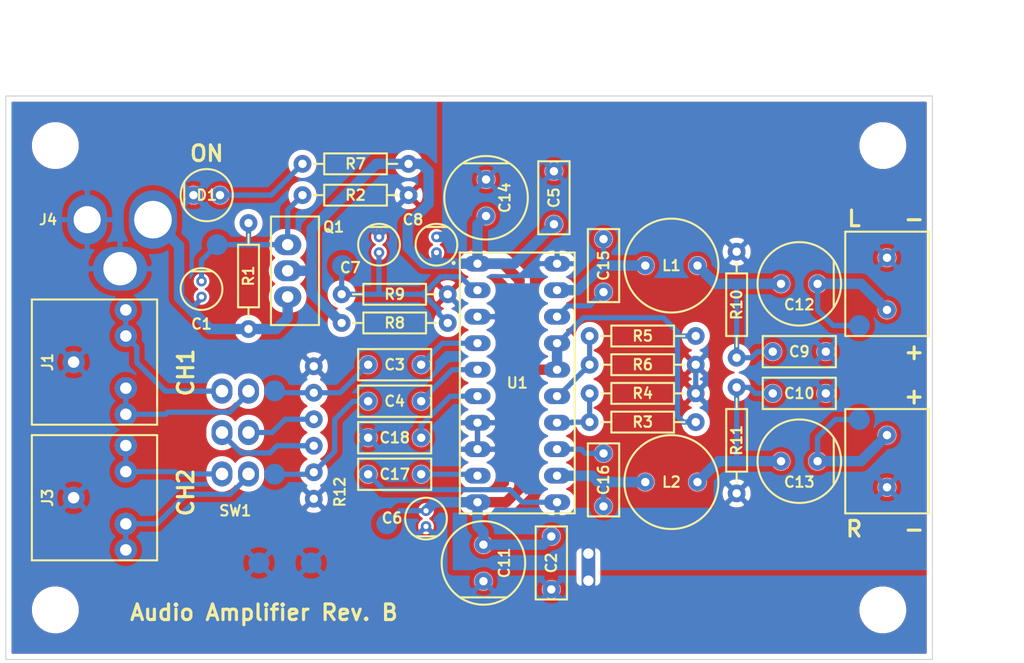
<source format=kicad_pcb>
(kicad_pcb (version 20171130) (host pcbnew "(5.1.5-0-10_14)")
  (title_block (title "Audio Amplifier") (rev A) (company "Andrew Li") (comment 1 "Designed by:"))
  (layers (0 F.Cu signal) (31 B.Cu signal) (34 B.Paste user) (35 F.Paste user) (36 B.SilkS user) (37 F.SilkS user) (38 B.Mask user) (39 F.Mask user) (44 Edge.Cuts user))
  (net 0 "")
  (net 1 /AUDIO_IN_L)
  (net 2 /AUDIO_IN_R)
  (net 3 /CH1_L)
  (net 4 /CH1_R)
  (net 5 /CH2_L)
  (net 6 /CH2_R)
  (net 7 /GAIN0)
  (net 8 /GAIN1)
  (net 9 /LEFT_OUT)
  (net 10 /PWR)
  (net 11 /RIGHT_OUT)
  (net 12 GND)
  (net 13 GNDA)
  (net 14 VCC)
  (net 15 "Net-(C1-Pad2)")
  (net 16 "Net-(C3-Pad2)")
  (net 17 "Net-(C4-Pad2)")
  (net 18 "Net-(C7-Pad1)")
  (net 19 "Net-(C12-Pad1)")
  (net 20 "Net-(C10-Pad2)")
  (net 21 "Net-(C12-Pad2)")
  (net 22 "Net-(C13-Pad2)")
  (net 23 "Net-(C15-Pad2)")
  (net 24 "Net-(C16-Pad2)")
  (net 25 "Net-(C17-Pad2)")
  (net 26 "Net-(C18-Pad2)")
  (net 27 "Net-(D1-Pad1)")
  (net 28 "Net-(R12-Pad3B)")
  (net 29 "Net-(R12-Pad3A)")
  (module ECFootprints:DIP-20 (layer F.Cu) (at 141.99 91.75)
    (fp_text reference U1 (at 0 0) (layer F.SilkS) (effects (font (thickness 0.2))))
    (fp_text value ECS00104 hide)
    (pad 20 thru_hole oval (at 3.81 -11.43) (size 2.5 1.5) (drill 0.8) (layers *.Cu *.Mask) (net 12 GND))
    (pad 19 thru_hole oval (at 3.81 -8.89) (size 2.5 1.5) (drill 0.8) (layers *.Cu *.Mask) (net 9 /LEFT_OUT))
    (pad 17 thru_hole oval (at 3.81 -3.81) (size 2.5 1.5) (drill 0.8) (layers *.Cu *.Mask) (net 14 VCC))
    (pad 18 thru_hole oval (at 3.81 -6.35) (size 2.5 1.5) (drill 0.8) (layers *.Cu *.Mask) (net 23 "Net-(C15-Pad2)"))
    (pad 3 thru_hole oval (at -3.81 -6.35) (size 2.5 1.5) (drill 0.8) (layers *.Cu *.Mask) (net 13 GNDA))
    (pad 4 thru_hole oval (at -3.81 -3.81) (size 2.5 1.5) (drill 0.8) (layers *.Cu *.Mask) (net 16 "Net-(C3-Pad2)"))
    (pad 2 thru_hole oval (at -3.81 -8.89) (size 2.5 1.5) (drill 0.8) (layers *.Cu *.Mask) (net 18 "Net-(C7-Pad1)"))
    (pad 1 thru_hole oval (at -3.81 -11.43) (size 2.5 1.5) (drill 0.8) (layers *.Cu *.Mask) (net 14 VCC))
    (pad 5 thru_hole oval (at -3.81 -1.27) (size 2.5 1.5) (drill 0.8) (layers *.Cu *.Mask) (net 17 "Net-(C4-Pad2)"))
    (pad 6 thru_hole oval (at -3.81 1.27) (size 2.5 1.5) (drill 0.8) (layers *.Cu *.Mask) (net 26 "Net-(C18-Pad2)"))
    (pad 8 thru_hole oval (at -3.81 6.35) (size 2.5 1.5) (drill 0.8) (layers *.Cu *.Mask) (net 13 GNDA))
    (pad 7 thru_hole oval (at -3.81 3.81) (size 2.5 1.5) (drill 0.8) (layers *.Cu *.Mask) (net 13 GNDA))
    (pad 14 thru_hole oval (at 3.81 3.81) (size 2.5 1.5) (drill 0.8) (layers *.Cu *.Mask) (net 7 /GAIN0))
    (pad 13 thru_hole oval (at 3.81 6.35) (size 2.5 1.5) (drill 0.8) (layers *.Cu *.Mask) (net 24 "Net-(C16-Pad2)"))
    (pad 15 thru_hole oval (at 3.81 1.27) (size 2.5 1.5) (drill 0.8) (layers *.Cu *.Mask) (net 8 /GAIN1))
    (pad 16 thru_hole oval (at 3.81 -1.27) (size 2.5 1.5) (drill 0.8) (layers *.Cu *.Mask) (net 14 VCC))
    (pad 11 thru_hole oval (at 3.81 11.43) (size 2.5 1.5) (drill 0.8) (layers *.Cu *.Mask) (net 12 GND))
    (pad 12 thru_hole oval (at 3.81 8.89) (size 2.5 1.5) (drill 0.8) (layers *.Cu *.Mask) (net 11 /RIGHT_OUT))
    (pad 9 thru_hole oval (at -3.81 8.89) (size 2.5 1.5) (drill 0.8) (layers *.Cu *.Mask) (net 25 "Net-(C17-Pad2)"))
    (pad 10 thru_hole oval (at -3.81 11.43) (size 2.5 1.5) (drill 0.8) (layers *.Cu *.Mask) (net 14 VCC))
  )
  (module ECFootprints:CAP-GENERIC-TH (layer F.Cu) (at 145.25 109 270)
    (fp_text reference C2 (at 0 0 90) (layer F.SilkS) (effects (font (thickness 0.2))))
    (fp_text value CAP-GENERIC hide)
    (pad 1 thru_hole circle (at -2.54 0 270) (size 1.7 1.7) (drill 0.8) (layers B.Cu B.Mask) (net 14 VCC))
    (pad 2 thru_hole circle (at 2.54 0 270) (size 1.7 1.7) (drill 0.8) (layers B.Cu B.Mask) (net 13 GNDA))
  )
  (module ECFootprints:CAP-GENERIC-TH (layer F.Cu) (at 130.25 90)
    (fp_text reference C3 (at 0 0) (layer F.SilkS) (effects (font (thickness 0.2))))
    (fp_text value CAP-GENERIC hide)
    (pad 1 thru_hole circle (at -2.54 0) (size 1.7 1.7) (drill 0.8) (layers B.Cu B.Mask) (net 1 /AUDIO_IN_L))
    (pad 2 thru_hole circle (at 2.54 0) (size 1.7 1.7) (drill 0.8) (layers B.Cu B.Mask) (net 16 "Net-(C3-Pad2)"))
  )
  (module ECFootprints:CAP-GENERIC-TH (layer F.Cu) (at 130.25 93.5)
    (fp_text reference C4 (at 0 0) (layer F.SilkS) (effects (font (thickness 0.2))))
    (fp_text value CAP-GENERIC hide)
    (pad 1 thru_hole circle (at -2.54 0) (size 1.7 1.7) (drill 0.8) (layers B.Cu B.Mask) (net 2 /AUDIO_IN_R))
    (pad 2 thru_hole circle (at 2.54 0) (size 1.7 1.7) (drill 0.8) (layers B.Cu B.Mask) (net 17 "Net-(C4-Pad2)"))
  )
  (module ECFootprints:CAP-GENERIC-TH (layer F.Cu) (at 145.5 74 90)
    (fp_text reference C5 (at 0 0 90) (layer F.SilkS) (effects (font (thickness 0.2))))
    (fp_text value CAP-GENERIC hide)
    (pad 1 thru_hole circle (at -2.54 0 90) (size 1.7 1.7) (drill 0.8) (layers B.Cu B.Mask) (net 14 VCC))
    (pad 2 thru_hole circle (at 2.54 0 90) (size 1.7 1.7) (drill 0.8) (layers B.Cu B.Mask) (net 12 GND))
  )
  (module ECFootprints:CAP-POL-GENERIC-TH-D4MM-P1.5MM (layer F.Cu) (at 133.25 104.75 270)
    (fp_text reference C6 (at -0.05 3.25 180) (layer F.SilkS) (effects (font (thickness 0.2))))
    (fp_text value CAP-POL-GENERIC hide)
    (pad 1 thru_hole circle (at -0.75 0 270) (size 1 1) (drill 0.5) (layers B.Cu B.Mask) (net 14 VCC))
    (pad 2 thru_hole circle (at 0.75 0 270) (size 1 1) (drill 0.5) (layers B.Cu B.Mask) (net 13 GNDA))
  )
  (module ECFootprints:CAP-POL-GENERIC-TH-D4MM-P1.5MM (layer F.Cu) (at 134.25 78.5 90)
    (fp_text reference C8 (at 2.4 -2.25 180) (layer F.SilkS) (effects (font (thickness 0.2))))
    (fp_text value CAP-POL-GENERIC hide)
    (pad 1 thru_hole circle (at -0.75 0 90) (size 1 1) (drill 0.5) (layers B.Cu B.Mask) (net 14 VCC))
    (pad 2 thru_hole circle (at 0.75 0 90) (size 1 1) (drill 0.5) (layers B.Cu B.Mask) (net 12 GND))
  )
  (module ECFootprints:CAP-GENERIC-TH (layer F.Cu) (at 169 88.75 180)
    (fp_text reference C9 (at 0 0) (layer F.SilkS) (effects (font (thickness 0.2))))
    (fp_text value CAP-GENERIC hide)
    (pad 1 thru_hole circle (at -2.54 0 180) (size 1.7 1.7) (drill 0.8) (layers B.Cu B.Mask) (net 12 GND))
    (pad 2 thru_hole circle (at 2.54 0 180) (size 1.7 1.7) (drill 0.8) (layers B.Cu B.Mask) (net 19 "Net-(C12-Pad1)"))
  )
  (module ECFootprints:CAP-GENERIC-TH (layer F.Cu) (at 169 92.75 180)
    (fp_text reference C10 (at 0 0) (layer F.SilkS) (effects (font (thickness 0.2))))
    (fp_text value CAP-GENERIC hide)
    (pad 1 thru_hole circle (at -2.54 0 180) (size 1.7 1.7) (drill 0.8) (layers B.Cu B.Mask) (net 12 GND))
    (pad 2 thru_hole circle (at 2.54 0 180) (size 1.7 1.7) (drill 0.8) (layers B.Cu B.Mask) (net 20 "Net-(C10-Pad2)"))
  )
  (module ECFootprints:CAP-POL-GENERIC-TH-D8MM-P3.5MM (layer F.Cu) (at 138.75 109 270)
    (fp_text reference C11 (at 0 -2 90) (layer F.SilkS) (effects (font (thickness 0.2))))
    (fp_text value CAP-POL-GENERIC hide)
    (pad 1 thru_hole circle (at -1.75 0 270) (size 1.7 1.7) (drill 0.8) (layers B.Cu B.Mask) (net 14 VCC))
    (pad 2 thru_hole circle (at 1.75 0 270) (size 1.7 1.7) (drill 0.8) (layers B.Cu B.Mask) (net 13 GNDA))
  )
  (module ECFootprints:CAP-POL-GENERIC-TH-D8MM-P3.5MM (layer F.Cu) (at 169 82.25)
    (fp_text reference C12 (at 0 2) (layer F.SilkS) (effects (font (thickness 0.2))))
    (fp_text value CAP-POL-GENERIC hide)
    (pad 2 thru_hole circle (at 1.75 0) (size 1.7 1.7) (drill 0.8) (layers B.Cu B.Mask) (net 21 "Net-(C12-Pad2)"))
    (pad 1 thru_hole circle (at -1.75 0) (size 1.7 1.7) (drill 0.8) (layers B.Cu B.Mask) (net 19 "Net-(C12-Pad1)"))
  )
  (module ECFootprints:CAP-POL-GENERIC-TH-D8MM-P3.5MM (layer F.Cu) (at 169 99.25)
    (fp_text reference C13 (at 0 2) (layer F.SilkS) (effects (font (thickness 0.2))))
    (fp_text value CAP-POL-GENERIC hide)
    (pad 1 thru_hole circle (at -1.75 0) (size 1.7 1.7) (drill 0.8) (layers B.Cu B.Mask) (net 20 "Net-(C10-Pad2)"))
    (pad 2 thru_hole circle (at 1.75 0) (size 1.7 1.7) (drill 0.8) (layers B.Cu B.Mask) (net 22 "Net-(C13-Pad2)"))
  )
  (module ECFootprints:CAP-POL-GENERIC-TH-D8MM-P3.5MM (layer F.Cu) (at 139 74 90)
    (fp_text reference C14 (at 0 1.8 90) (layer F.SilkS) (effects (font (thickness 0.2))))
    (fp_text value CAP-POL-GENERIC hide)
    (pad 1 thru_hole circle (at -1.75 0 90) (size 1.7 1.7) (drill 0.8) (layers B.Cu B.Mask) (net 14 VCC))
    (pad 2 thru_hole circle (at 1.75 0 90) (size 1.7 1.7) (drill 0.8) (layers B.Cu B.Mask) (net 12 GND))
  )
  (module ECFootprints:CAP-GENERIC-TH (layer F.Cu) (at 150.25 80.5 270)
    (fp_text reference C15 (at 0 0 90) (layer F.SilkS) (effects (font (thickness 0.2))))
    (fp_text value CAP-GENERIC hide)
    (pad 1 thru_hole circle (at -2.54 0 270) (size 1.7 1.7) (drill 0.8) (layers B.Cu B.Mask) (net 9 /LEFT_OUT))
    (pad 2 thru_hole circle (at 2.54 0 270) (size 1.7 1.7) (drill 0.8) (layers B.Cu B.Mask) (net 23 "Net-(C15-Pad2)"))
  )
  (module ECFootprints:CAP-GENERIC-TH (layer F.Cu) (at 150.25 101.04 90)
    (fp_text reference C16 (at 0 0 90) (layer F.SilkS) (effects (font (thickness 0.2))))
    (fp_text value CAP-GENERIC hide)
    (pad 1 thru_hole circle (at -2.54 0 90) (size 1.7 1.7) (drill 0.8) (layers B.Cu B.Mask) (net 11 /RIGHT_OUT))
    (pad 2 thru_hole circle (at 2.54 0 90) (size 1.7 1.7) (drill 0.8) (layers B.Cu B.Mask) (net 24 "Net-(C16-Pad2)"))
  )
  (module ECFootprints:CAP-GENERIC-TH (layer F.Cu) (at 130.25 100.5)
    (fp_text reference C17 (at 0 0) (layer F.SilkS) (effects (font (thickness 0.2))))
    (fp_text value CAP-GENERIC hide)
    (pad 1 thru_hole circle (at -2.54 0) (size 1.7 1.7) (drill 0.8) (layers B.Cu B.Mask) (net 12 GND))
    (pad 2 thru_hole circle (at 2.54 0) (size 1.7 1.7) (drill 0.8) (layers B.Cu B.Mask) (net 25 "Net-(C17-Pad2)"))
  )
  (module ECFootprints:CAP-GENERIC-TH (layer F.Cu) (at 130.25 97)
    (fp_text reference C18 (at 0 0) (layer F.SilkS) (effects (font (thickness 0.2))))
    (fp_text value CAP-GENERIC hide)
    (pad 1 thru_hole circle (at -2.54 0) (size 1.7 1.7) (drill 0.8) (layers B.Cu B.Mask) (net 13 GNDA))
    (pad 2 thru_hole circle (at 2.54 0) (size 1.7 1.7) (drill 0.8) (layers B.Cu B.Mask) (net 26 "Net-(C18-Pad2)"))
  )
  (module ECFootprints:LED-GENERIC-TH (layer F.Cu) (at 112.25 73.75 180)
    (fp_text reference D1 (at 0 0) (layer F.SilkS) (effects (font (thickness 0.2))))
    (fp_text value LED-GENERIC-TH hide)
    (pad 1 thru_hole circle (at -1.27 0 180) (size 1.7 1.7) (drill 0.8) (layers B.Cu B.Mask) (net 27 "Net-(D1-Pad1)"))
    (pad 2 thru_hole circle (at 1.27 0 180) (size 1.7 1.7) (drill 0.8) (layers B.Cu B.Mask) (net 13 GNDA))
  )
  (module ECFootprints:HOLE_3.5MM (layer F.Cu) (at 97.75 69)
    (fp_text reference H1 hide)
    (fp_text value HOLE hide)
    (pad "" np_thru_hole circle (at 0 0) (size 3.5 3.5) (drill 3.5) (layers *.Cu *.Mask))
  )
  (module ECFootprints:HOLE_3.5MM (layer F.Cu) (at 97.75 113.5)
    (fp_text reference H2 hide)
    (fp_text value HOLE hide)
    (pad "" np_thru_hole circle (at 0 0) (size 3.5 3.5) (drill 3.5) (layers *.Cu *.Mask))
  )
  (module ECFootprints:HOLE_3.5MM (layer F.Cu) (at 177 113.5)
    (fp_text reference H3 hide)
    (fp_text value HOLE hide)
    (pad "" np_thru_hole circle (at 0 0) (size 3.5 3.5) (drill 3.5) (layers *.Cu *.Mask))
  )
  (module ECFootprints:HOLE_3.5MM (layer F.Cu) (at 177 69)
    (fp_text reference H4 hide)
    (fp_text value HOLE hide)
    (pad "" np_thru_hole circle (at 0 0) (size 3.5 3.5) (drill 3.5) (layers *.Cu *.Mask))
  )
  (module ECFootprints:AUDIO-JACK (layer F.Cu) (at 95.5 89.75 270)
    (fp_text reference J1 (at 0 -1.5 90) (layer F.SilkS) (effects (font (thickness 0.2))))
    (fp_text value AUDIO-JACK hide)
    (pad COM thru_hole circle (at 0 -4 270) (size 2.1 2.1) (drill 1.1) (layers B.Cu B.Mask) (net 13 GNDA))
    (pad R thru_hole circle (at -2.5 -9 270) (size 2.1 2.1) (drill 1.1) (layers B.Cu B.Mask) (net 4 /CH1_R))
    (pad R thru_hole circle (at -5 -9 270) (size 2.1 2.1) (drill 1.1) (layers B.Cu B.Mask) (net 4 /CH1_R))
    (pad L thru_hole circle (at 2.5 -9 270) (size 2.1 2.1) (drill 1.1) (layers B.Cu B.Mask) (net 3 /CH1_L))
    (pad L thru_hole circle (at 5 -9 270) (size 2.1 2.1) (drill 1.1) (layers B.Cu B.Mask) (net 3 /CH1_L))
  )
  (module ECFootprints:AUDIO-JACK (layer F.Cu) (at 95.5 102.75 270)
    (fp_text reference J3 (at 0 -1.5 90) (layer F.SilkS) (effects (font (thickness 0.2))))
    (fp_text value AUDIO-JACK hide)
    (pad COM thru_hole circle (at 0 -4 270) (size 2.1 2.1) (drill 1.1) (layers B.Cu B.Mask) (net 13 GNDA))
    (pad R thru_hole circle (at -2.5 -9 270) (size 2.1 2.1) (drill 1.1) (layers B.Cu B.Mask) (net 6 /CH2_R))
    (pad R thru_hole circle (at -5 -9 270) (size 2.1 2.1) (drill 1.1) (layers B.Cu B.Mask) (net 6 /CH2_R))
    (pad L thru_hole circle (at 2.5 -9 270) (size 2.1 2.1) (drill 1.1) (layers B.Cu B.Mask) (net 5 /CH2_L))
    (pad L thru_hole circle (at 5 -9 270) (size 2.1 2.1) (drill 1.1) (layers B.Cu B.Mask) (net 5 /CH2_L))
  )
  (module ECFootprints:ECS00108 (layer F.Cu) (at 93.25 76.1)
    (fp_text reference J4 (at 3.8 0) (layer F.SilkS) (effects (font (thickness 0.2))))
    (fp_text value ECS00108 hide)
    (pad C thru_hole oval (at 7.55 0) (size 3.8 4.8) (drill 2.6) (layers B.Cu B.Mask) (net 13 GNDA))
    (pad A thru_hole oval (at 13.85 0) (size 4.6 5.6) (drill 3.6) (layers B.Cu B.Mask) (net 10 /PWR))
    (pad B thru_hole oval (at 10.7 4.7 90) (size 4.2 5.2) (drill 3.2) (layers B.Cu B.Mask) (net 13 GNDA))
  )
  (module ECFootprints:ECTO-220 (layer F.Cu) (at 120 81 270)
    (fp_text reference Q1 (at -4.2 -4.4 180) (layer F.SilkS) (effects (font (thickness 0.2))))
    (fp_text value ECS00110 hide)
    (pad 2 thru_hole oval (at 0 0 270) (size 2 2.6) (drill 1.1) (layers *.Cu *.Mask) (net 14 VCC))
    (pad 3 thru_hole oval (at 2.5 0 270) (size 2 2.6) (drill 1.1) (layers *.Cu *.Mask) (net 10 /PWR))
    (pad 1 thru_hole oval (at -2.5 0 270) (size 2 2.6) (drill 1.1) (layers *.Cu *.Mask) (net 15 "Net-(C1-Pad2)"))
  )
  (module ECFootprints:RES-GENERIC-TH (layer F.Cu) (at 116.25 81.5 90)
    (fp_text reference R1 (at 0 0 90) (layer F.SilkS) (effects (font (thickness 0.2))))
    (fp_text value RES-GENERIC hide)
    (pad 1 thru_hole circle (at -5.08 0 90) (size 1.7 1.7) (drill 0.8) (layers *.Cu *.Mask) (net 10 /PWR))
    (pad 2 thru_hole circle (at 5.08 0 90) (size 1.7 1.7) (drill 0.8) (layers *.Cu *.Mask) (net 15 "Net-(C1-Pad2)"))
  )
  (module ECFootprints:RES-GENERIC-TH (layer F.Cu) (at 126.5 73.75 180)
    (fp_text reference R2 (at 0 0) (layer F.SilkS) (effects (font (thickness 0.2))))
    (fp_text value RES-GENERIC hide)
    (pad 1 thru_hole circle (at -5.08 0 180) (size 1.7 1.7) (drill 0.8) (layers *.Cu *.Mask) (net 13 GNDA))
    (pad 2 thru_hole circle (at 5.08 0 180) (size 1.7 1.7) (drill 0.8) (layers *.Cu *.Mask) (net 15 "Net-(C1-Pad2)"))
  )
  (module ECFootprints:RES-GENERIC-TH (layer F.Cu) (at 154 95.5 180)
    (fp_text reference R3 (at 0 0) (layer F.SilkS) (effects (font (thickness 0.2))))
    (fp_text value RES-GENERIC hide)
    (pad 1 thru_hole circle (at -5.08 0 180) (size 1.7 1.7) (drill 0.8) (layers *.Cu *.Mask) (net 14 VCC))
    (pad 2 thru_hole circle (at 5.08 0 180) (size 1.7 1.7) (drill 0.8) (layers *.Cu *.Mask) (net 7 /GAIN0))
  )
  (module ECFootprints:RES-GENERIC-TH (layer F.Cu) (at 154 92.75 180)
    (fp_text reference R4 (at 0 0) (layer F.SilkS) (effects (font (thickness 0.2))))
    (fp_text value RES-GENERIC hide)
    (pad 1 thru_hole circle (at -5.08 0 180) (size 1.7 1.7) (drill 0.8) (layers *.Cu *.Mask) (net 13 GNDA))
    (pad 2 thru_hole circle (at 5.08 0 180) (size 1.7 1.7) (drill 0.8) (layers *.Cu *.Mask) (net 7 /GAIN0))
  )
  (module ECFootprints:RES-GENERIC-TH (layer F.Cu) (at 154 87.25 180)
    (fp_text reference R5 (at 0 0) (layer F.SilkS) (effects (font (thickness 0.2))))
    (fp_text value RES-GENERIC hide)
    (pad 1 thru_hole circle (at -5.08 0 180) (size 1.7 1.7) (drill 0.8) (layers *.Cu *.Mask) (net 14 VCC))
    (pad 2 thru_hole circle (at 5.08 0 180) (size 1.7 1.7) (drill 0.8) (layers *.Cu *.Mask) (net 8 /GAIN1))
  )
  (module ECFootprints:RES-GENERIC-TH (layer F.Cu) (at 154 90 180)
    (fp_text reference R6 (at 0 0) (layer F.SilkS) (effects (font (thickness 0.2))))
    (fp_text value RES-GENERIC hide)
    (pad 1 thru_hole circle (at -5.08 0 180) (size 1.7 1.7) (drill 0.8) (layers *.Cu *.Mask) (net 13 GNDA))
    (pad 2 thru_hole circle (at 5.08 0 180) (size 1.7 1.7) (drill 0.8) (layers *.Cu *.Mask) (net 8 /GAIN1))
  )
  (module ECFootprints:RES-GENERIC-TH (layer F.Cu) (at 126.5 70.75 180)
    (fp_text reference R7 (at 0 0) (layer F.SilkS) (effects (font (thickness 0.2))))
    (fp_text value RES-GENERIC hide)
    (pad 1 thru_hole circle (at -5.08 0 180) (size 1.7 1.7) (drill 0.8) (layers *.Cu *.Mask) (net 14 VCC))
    (pad 2 thru_hole circle (at 5.08 0 180) (size 1.7 1.7) (drill 0.8) (layers *.Cu *.Mask) (net 27 "Net-(D1-Pad1)"))
  )
  (module ECFootprints:RES-GENERIC-TH (layer F.Cu) (at 130.25 86 180)
    (fp_text reference R8 (at 0 0) (layer F.SilkS) (effects (font (thickness 0.2))))
    (fp_text value RES-GENERIC hide)
    (pad 1 thru_hole circle (at -5.08 0 180) (size 1.7 1.7) (drill 0.8) (layers *.Cu *.Mask) (net 18 "Net-(C7-Pad1)"))
    (pad 2 thru_hole circle (at 5.08 0 180) (size 1.7 1.7) (drill 0.8) (layers *.Cu *.Mask) (net 14 VCC))
  )
  (module ECFootprints:RES-GENERIC-TH (layer F.Cu) (at 130.25 83.25 180)
    (fp_text reference R9 (at 0 0) (layer F.SilkS) (effects (font (thickness 0.2))))
    (fp_text value RES-GENERIC hide)
    (pad 1 thru_hole circle (at -5.08 0 180) (size 1.7 1.7) (drill 0.8) (layers *.Cu *.Mask) (net 13 GNDA))
    (pad 2 thru_hole circle (at 5.08 0 180) (size 1.7 1.7) (drill 0.8) (layers *.Cu *.Mask) (net 18 "Net-(C7-Pad1)"))
  )
  (module ECFootprints:RES-GENERIC-TH (layer F.Cu) (at 163 84.25 270)
    (fp_text reference R10 (at 0 0 90) (layer F.SilkS) (effects (font (thickness 0.2))))
    (fp_text value RES-GENERIC hide)
    (pad 1 thru_hole circle (at -5.08 0 270) (size 1.7 1.7) (drill 0.8) (layers *.Cu *.Mask) (net 12 GND))
    (pad 2 thru_hole circle (at 5.08 0 270) (size 1.7 1.7) (drill 0.8) (layers *.Cu *.Mask) (net 19 "Net-(C12-Pad1)"))
  )
  (module ECFootprints:RES-GENERIC-TH (layer F.Cu) (at 163 97.25 90)
    (fp_text reference R11 (at 0 0 90) (layer F.SilkS) (effects (font (thickness 0.2))))
    (fp_text value RES-GENERIC hide)
    (pad 1 thru_hole circle (at -5.08 0 90) (size 1.7 1.7) (drill 0.8) (layers *.Cu *.Mask) (net 12 GND))
    (pad 2 thru_hole circle (at 5.08 0 90) (size 1.7 1.7) (drill 0.8) (layers *.Cu *.Mask) (net 20 "Net-(C10-Pad2)"))
  )
  (module ECFootprints:DUAL-POT2 (layer F.Cu) (at 122.5 96.5 90)
    (fp_text reference R12 (at -5.7 2.5 270) (layer F.SilkS) (effects (font (thickness 0.2))))
    (fp_text value DUAL-POT hide)
    (pad 1A thru_hole circle (at -6.35 0 90) (size 1.7 1.7) (drill 0.8) (layers *.Cu *.Mask) (net 13 GNDA))
    (pad 2A thru_hole circle (at -3.81 0 90) (size 1.7 1.7) (drill 0.8) (layers *.Cu *.Mask) (net 2 /AUDIO_IN_R))
    (pad 3A thru_hole circle (at -1.27 0 90) (size 1.7 1.7) (drill 0.8) (layers *.Cu *.Mask) (net 29 "Net-(R12-Pad3A)"))
    (pad 3B thru_hole circle (at 1.27 0 90) (size 1.7 1.7) (drill 0.8) (layers *.Cu *.Mask) (net 28 "Net-(R12-Pad3B)"))
    (pad 2B thru_hole circle (at 3.81 0 90) (size 1.7 1.7) (drill 0.8) (layers *.Cu *.Mask) (net 1 /AUDIO_IN_L))
    (pad 1B thru_hole circle (at 6.35 0 90) (size 1.7 1.7) (drill 0.8) (layers *.Cu *.Mask) (net 13 GNDA))
  )
  (module ECFootprints:DPDT-GENERIC (layer F.Cu) (at 114.98 96.5 270)
    (fp_text reference SW1 (at 7.5 0 180) (layer F.SilkS) (effects (font (thickness 0.2))))
    (fp_text value DPDT-GENERIC hide)
    (pad 2 thru_hole oval (at 0 -1.27 270) (size 2.4 2) (drill 1.2) (layers *.Cu *.Mask) (net 28 "Net-(R12-Pad3B)"))
    (pad 3 thru_hole oval (at 3.97 -1.27 270) (size 2.4 2) (drill 1.2) (layers *.Cu *.Mask) (net 5 /CH2_L))
    (pad 1 thru_hole oval (at -3.97 -1.27 270) (size 2.4 2) (drill 1.2) (layers *.Cu *.Mask) (net 3 /CH1_L))
    (pad 4 thru_hole oval (at -3.97 1.27 270) (size 2.4 2) (drill 1.2) (layers *.Cu *.Mask) (net 4 /CH1_R))
    (pad 6 thru_hole oval (at 3.97 1.27 270) (size 2.4 2) (drill 1.2) (layers *.Cu *.Mask) (net 6 /CH2_R))
    (pad 5 thru_hole oval (at 0 1.27 270) (size 2.4 2) (drill 1.2) (layers *.Cu *.Mask) (net 29 "Net-(R12-Pad3A)"))
  )
  (module ECFootprints:TP-2MM (layer B.Cu) (at 118.75 100.5)
    (fp_text reference TP1 hide)
    (fp_text value TP-2MM hide)
    (pad 1 smd circle (at 0 0) (size 2 2) (layers B.Cu B.Mask) (net 2 /AUDIO_IN_R))
  )
  (module ECFootprints:TP-2MM (layer B.Cu) (at 113.25 78.5)
    (fp_text reference TP2 hide)
    (fp_text value TP-2MM hide)
    (pad 1 smd circle (at 0 0) (size 2 2) (layers B.Cu B.Mask) (net 15 "Net-(C1-Pad2)"))
  )
  (module ECFootprints:TP-2MM (layer B.Cu) (at 118.75 92.5)
    (fp_text reference TP3 hide)
    (fp_text value TP-2MM hide)
    (pad 1 smd circle (at 0 0) (size 2 2) (layers B.Cu B.Mask) (net 1 /AUDIO_IN_L))
  )
  (module ECFootprints:TP-2MM (layer B.Cu) (at 129.5 105.25)
    (fp_text reference TP4 hide)
    (fp_text value TP-2MM hide)
    (pad 1 smd circle (at 0 0) (size 2 2) (layers B.Cu B.Mask) (net 14 VCC))
  )
  (module ECFootprints:TP-2MM (layer B.Cu) (at 125.25 80.5)
    (fp_text reference TP5 hide)
    (fp_text value TP-2MM hide)
    (pad 1 smd circle (at 0 0) (size 2 2) (layers B.Cu B.Mask) (net 18 "Net-(C7-Pad1)"))
  )
  (module ECFootprints:TP-2MM (layer B.Cu) (at 174.75 86.25)
    (fp_text reference TP6 hide)
    (fp_text value TP-2MM hide)
    (pad 1 smd circle (at 0 0) (size 2 2) (layers B.Cu B.Mask) (net 21 "Net-(C12-Pad2)"))
  )
  (module ECFootprints:TP-2MM (layer B.Cu) (at 174.75 95.25)
    (fp_text reference TP7 hide)
    (fp_text value TP-2MM hide)
    (pad 1 smd circle (at 0 0) (size 2 2) (layers B.Cu B.Mask) (net 22 "Net-(C13-Pad2)"))
  )
  (module ECFootprints:TP-2MM (layer B.Cu) (at 122.25 109)
    (fp_text reference TP8 hide)
    (fp_text value TP-2MM hide)
    (pad 1 smd circle (at 0 0) (size 2 2) (layers B.Cu B.Mask) (net 13 GNDA))
  )
  (module ECFootprints:TP-2MM (layer B.Cu) (at 117.25 109)
    (fp_text reference TP9 hide)
    (fp_text value TP-2MM hide)
    (pad 1 smd circle (at 0 0) (size 2 2) (layers B.Cu B.Mask) (net 13 GNDA))
  )
  (module ECFootprints:CAP-POL-GENERIC-TH-D4MM-P1.5MM (layer F.Cu) (at 111.75 82.75 90)
    (fp_text reference C1 (at -3.35 0 180) (layer F.SilkS) (effects (font (thickness 0.2))))
    (fp_text value CAP-POL-GENERIC hide)
    (pad 1 thru_hole circle (at -0.75 0 90) (size 1 1) (drill 0.5) (layers B.Cu B.Mask) (net 10 /PWR))
    (pad 2 thru_hole circle (at 0.75 0 90) (size 1 1) (drill 0.5) (layers B.Cu B.Mask) (net 15 "Net-(C1-Pad2)"))
  )
  (module ECFootprints:CAP-POL-GENERIC-TH-D4MM-P1.5MM (layer F.Cu) (at 128.75 78.5 90)
    (fp_text reference C7 (at -2.2 -2.75 180) (layer F.SilkS) (effects (font (thickness 0.2))))
    (fp_text value CAP-POL-GENERIC hide)
    (pad 1 thru_hole circle (at -0.75 0 90) (size 1 1) (drill 0.5) (layers B.Cu B.Mask) (net 18 "Net-(C7-Pad1)"))
    (pad 2 thru_hole circle (at 0.75 0 90) (size 1 1) (drill 0.5) (layers B.Cu B.Mask) (net 13 GNDA))
  )
  (module ECFootprints:INDUCTOR-GENERIC-TH-D9.0MM-P5.0MM (layer F.Cu) (at 156.75 80.5)
    (fp_text reference L1 (at 0 0) (layer F.SilkS) (effects (font (thickness 0.2))))
    (fp_text value INDUCTOR-GENERIC hide)
    (pad 1 thru_hole circle (at -2.5 0) (size 1.7 1.7) (drill 0.8) (layers B.Cu B.Mask) (net 9 /LEFT_OUT))
    (pad 2 thru_hole circle (at 2.5 0) (size 1.7 1.7) (drill 0.8) (layers B.Cu B.Mask) (net 19 "Net-(C12-Pad1)"))
  )
  (module ECFootprints:INDUCTOR-GENERIC-TH-D9.0MM-P5.0MM (layer F.Cu) (at 156.75 101.25)
    (fp_text reference L2 (at 0 0) (layer F.SilkS) (effects (font (thickness 0.2))))
    (fp_text value INDUCTOR-GENERIC hide)
    (pad 1 thru_hole circle (at -2.5 0) (size 1.7 1.7) (drill 0.8) (layers B.Cu B.Mask) (net 11 /RIGHT_OUT))
    (pad 2 thru_hole circle (at 2.5 0) (size 1.7 1.7) (drill 0.8) (layers B.Cu B.Mask) (net 20 "Net-(C10-Pad2)"))
  )
  (module ECFootprints:HEADER-2-TH-P5.0MM (layer F.Cu) (at 177.4 82.25 90)
    (fp_text reference P2 hide)
    (fp_text value HEADER-GENERIC-2WAY hide)
    (pad 1 thru_hole circle (at -2.5 0 90) (size 1.7 1.7) (drill 0.8) (layers B.Cu B.Mask) (net 21 "Net-(C12-Pad2)"))
    (pad 2 thru_hole circle (at 2.5 0 90) (size 1.7 1.7) (drill 0.8) (layers B.Cu B.Mask) (net 12 GND))
  )
  (module ECFootprints:HEADER-2-TH-P5.0MM (layer F.Cu) (at 177.4 99.25 90)
    (fp_text reference P3 hide)
    (fp_text value HEADER-GENERIC-2WAY hide)
    (pad 1 thru_hole circle (at -2.5 0 90) (size 1.7 1.7) (drill 0.8) (layers B.Cu B.Mask) (net 12 GND))
    (pad 2 thru_hole circle (at 2.5 0 90) (size 1.7 1.7) (drill 0.8) (layers B.Cu B.Mask) (net 22 "Net-(C13-Pad2)"))
  )
  (module NetTie:NetTie-2_THT_Pad1.0mm (layer F.Cu) (at 148.8 110.7 90)
    (fp_text reference NT1 hide)
    (fp_text value Net-Tie_2 hide)
    (fp_poly (pts (xy 0 -0.65) (xy 2.6 -0.65) (xy 2.6 0.65) (xy 0 0.65)) (layer B.Cu) (width 0))
    (fp_poly (pts (xy 0 -0.65) (xy 2.6 -0.65) (xy 2.6 0.65) (xy 0 0.65)) (layer F.Cu) (width 0))
    (pad 2 thru_hole circle (at 2.6 0 90) (size 1.3 1.3) (drill 1) (layers *.Cu) (net 12 GND))
    (pad 1 thru_hole circle (at 0 0 90) (size 1.3 1.3) (drill 1) (layers *.Cu) (net 13 GNDA))
  )
  (gr_text ON (at 112.25 69.75) (layer F.SilkS) (effects (font (size 1.5 1.5) (thickness 0.3))))
  (gr_text CH2 (at 110.25 102.25 90) (layer F.SilkS) (effects (font (size 1.5 1.5) (thickness 0.3))))
  (gr_text CH1 (at 110.25 90.75 90) (layer F.SilkS) (effects (font (size 1.5 1.5) (thickness 0.3))))
  (gr_text - (at 180 105.75) (layer F.SilkS) (effects (font (size 1.5 1.5) (thickness 0.3))))
  (gr_text + (at 180 93) (layer F.SilkS) (effects (font (size 1.5 1.5) (thickness 0.3))))
  (gr_text - (at 180 76) (layer F.SilkS) (effects (font (size 1.5 1.5) (thickness 0.3))))
  (gr_text + (at 180 88.75) (layer F.SilkS) (effects (font (size 1.5 1.5) (thickness 0.3))))
  (gr_text R (at 174.25 105.75) (layer F.SilkS) (effects (font (size 1.5 1.5) (thickness 0.3))))
  (gr_text L (at 174.25 76) (layer F.SilkS) (effects (font (size 1.5 1.5) (thickness 0.3))))
  (gr_line (start 181.75 64.25) (end 181.75 118.25) (layer Edge.Cuts) (width 0.1))
  (gr_line (start 93 64.25) (end 181.75 64.25) (layer Edge.Cuts) (width 0.1))
  (gr_text "Audio Amplifier Rev. B" (at 104.75 113.75) (layer F.SilkS) (effects (font (size 1.5 1.5) (thickness 0.3)) (justify left)))
  (gr_line (start 93 118.25) (end 93 64.25) (angle 90) (layer Edge.Cuts) (width 0.1))
  (gr_line (start 181.75 118.25) (end 93 118.25) (angle 90) (layer Edge.Cuts) (width 0.1))
  (segment (start 122.5 92.69) (end 118.94 92.69) (width 0.5) (layer B.Cu) (net 1))
  (segment (start 118.94 92.69) (end 118.75 92.5) (width 0.5) (layer B.Cu) (net 1))
  (segment (start 122.5 92.69) (end 125.02 92.69) (width 0.5) (layer B.Cu) (net 1))
  (segment (start 125.02 92.69) (end 127.71 90) (width 0.5) (layer B.Cu) (net 1))
  (segment (start 118.75 100.5) (end 122.31 100.5) (width 0.5) (layer B.Cu) (net 2))
  (segment (start 122.31 100.5) (end 122.5 100.31) (width 0.5) (layer B.Cu) (net 2))
  (segment (start 124.5 95.25) (end 126.25 93.5) (width 0.5) (layer B.Cu) (net 2))
  (segment (start 126.25 93.5) (end 127.71 93.5) (width 0.5) (layer B.Cu) (net 2))
  (segment (start 124.5 98.31) (end 124.5 95.25) (width 0.5) (layer B.Cu) (net 2))
  (segment (start 122.5 100.31) (end 124.5 98.31) (width 0.5) (layer B.Cu) (net 2))
  (segment (start 114.43001 94.54999) (end 108.501005 94.54999) (width 0.5) (layer B.Cu) (net 3))
  (segment (start 104.5 94.75) (end 108.300995 94.75) (width 0.5) (layer B.Cu) (net 3))
  (segment (start 108.300995 94.75) (end 108.501005 94.54999) (width 0.5) (layer B.Cu) (net 3))
  (segment (start 116.25 92.53) (end 116.25 92.73) (width 0.5) (layer B.Cu) (net 3))
  (segment (start 116.25 92.73) (end 114.43001 94.54999) (width 0.5) (layer B.Cu) (net 3))
  (segment (start 104.5 92.25) (end 104.5 94.75) (width 0.5) (layer B.Cu) (net 3))
  (segment (start 104.5 84.75) (end 104.5 87.25) (width 0.5) (layer B.Cu) (net 4))
  (segment (start 105.549999 89.799999) (end 108.28 92.53) (width 0.5) (layer B.Cu) (net 4))
  (segment (start 108.28 92.53) (end 113.71 92.53) (width 0.5) (layer B.Cu) (net 4))
  (segment (start 104.5 87.25) (end 105.549999 88.299999) (width 0.5) (layer B.Cu) (net 4))
  (segment (start 105.549999 88.299999) (end 105.549999 89.799999) (width 0.5) (layer B.Cu) (net 4))
  (segment (start 107.5 105.25) (end 110.32999 102.42001) (width 0.5) (layer B.Cu) (net 5))
  (segment (start 110.32999 102.42001) (end 114.49999 102.42001) (width 0.5) (layer B.Cu) (net 5))
  (segment (start 114.49999 102.42001) (end 116.25 100.67) (width 0.5) (layer B.Cu) (net 5))
  (segment (start 116.25 100.67) (end 116.25 100.47) (width 0.5) (layer B.Cu) (net 5))
  (segment (start 104.5 105.25) (end 107.5 105.25) (width 0.5) (layer B.Cu) (net 5))
  (segment (start 104.5 107.75) (end 104.5 105.25) (width 0.5) (layer B.Cu) (net 5))
  (segment (start 113.71 100.47) (end 109.452819 100.47) (width 0.5) (layer B.Cu) (net 6))
  (segment (start 109.452819 100.47) (end 109.232819 100.25) (width 0.5) (layer B.Cu) (net 6))
  (segment (start 109.232819 100.25) (end 104.5 100.25) (width 0.5) (layer B.Cu) (net 6))
  (segment (start 104.5 97.75) (end 104.5 100.25) (width 0.5) (layer B.Cu) (net 6))
  (segment (start 147.277919 95.56) (end 147.19 95.56) (width 0.5) (layer B.Cu) (net 7))
  (segment (start 145.8 95.56) (end 147.19 95.56) (width 0.5) (layer B.Cu) (net 7))
  (segment (start 148.92 92.75) (end 148.92 95.5) (width 0.5) (layer B.Cu) (net 7))
  (segment (start 147.25 95.5) (end 148.92 95.5) (width 0.5) (layer B.Cu) (net 7))
  (segment (start 147.19 95.56) (end 147.25 95.5) (width 0.5) (layer B.Cu) (net 7))
  (segment (start 148.92 90) (end 145.9 93.02) (width 0.5) (layer B.Cu) (net 8))
  (segment (start 145.9 93.02) (end 145.8 93.02) (width 0.5) (layer B.Cu) (net 8))
  (segment (start 145.8 93.02) (end 146.4 93.02) (width 0.5) (layer B.Cu) (net 8))
  (segment (start 145.8 93.02) (end 145.881334 93.02) (width 0.5) (layer B.Cu) (net 8))
  (segment (start 148.92 87.25) (end 148.92 90) (width 0.5) (layer B.Cu) (net 8))
  (segment (start 151.25 80.301998) (end 151.051998 80.5) (width 0.5) (layer B.Cu) (net 9))
  (segment (start 153.047919 80.5) (end 154.25 80.5) (width 1) (layer B.Cu) (net 9))
  (segment (start 150.121334 80.5) (end 153.047919 80.5) (width 1) (layer B.Cu) (net 9))
  (segment (start 147.761334 82.86) (end 150.121334 80.5) (width 1) (layer B.Cu) (net 9))
  (segment (start 145.8 82.86) (end 147.761334 82.86) (width 1) (layer B.Cu) (net 9))
  (segment (start 150.25 80.371334) (end 150.25 77.96) (width 0.5) (layer B.Cu) (net 9))
  (segment (start 150.121334 80.5) (end 150.25 80.371334) (width 0.5) (layer B.Cu) (net 9))
  (segment (start 110.688173 84.688173) (end 112.58 86.58) (width 1) (layer B.Cu) (net 10))
  (segment (start 111.75 83.65) (end 110.711827 84.688173) (width 0.5) (layer B.Cu) (net 10))
  (segment (start 110.711827 84.688173) (end 110.688173 84.688173) (width 0.5) (layer B.Cu) (net 10))
  (segment (start 112.58 86.58) (end 116.25 86.58) (width 1) (layer B.Cu) (net 10))
  (segment (start 116.25 86.58) (end 114.68 86.58) (width 1) (layer B.Cu) (net 10))
  (segment (start 116.25 86.58) (end 118.92 86.58) (width 1) (layer B.Cu) (net 10))
  (segment (start 118.92 86.58) (end 120 85.5) (width 1) (layer B.Cu) (net 10))
  (segment (start 120 85.5) (end 120 83.5) (width 1) (layer B.Cu) (net 10))
  (segment (start 107.1 76.1) (end 107.1 76.6) (width 1) (layer B.Cu) (net 10))
  (segment (start 109.6 78.6) (end 107.1 76.1) (width 1) (layer B.Cu) (net 10))
  (segment (start 109.6 83.576346) (end 109.6 78.6) (width 1) (layer B.Cu) (net 10))
  (segment (start 110.711827 84.688173) (end 109.6 83.576346) (width 1) (layer B.Cu) (net 10))
  (segment (start 149.929878 101.25) (end 154.2 101.25) (width 1) (layer B.Cu) (net 11))
  (segment (start 151.209878 101.25) (end 151.25 101.290122) (width 0.5) (layer B.Cu) (net 11))
  (segment (start 149.75 101.25) (end 151.209878 101.25) (width 1) (layer B.Cu) (net 11))
  (segment (start 149.14 100.64) (end 149.75 101.25) (width 1) (layer B.Cu) (net 11))
  (segment (start 145.8 100.64) (end 149.14 100.64) (width 1) (layer B.Cu) (net 11))
  (segment (start 150.25 101.75) (end 149.75 101.25) (width 0.5) (layer B.Cu) (net 11))
  (segment (start 150.25 103.58) (end 150.25 101.75) (width 0.5) (layer B.Cu) (net 11))
  (segment (start 134.250001 77.749999) (end 134.25 77.749999) (width 1) (layer B.Cu) (net 12))
  (segment (start 146.3 103.18) (end 145.8 103.18) (width 1) (layer B.Cu) (net 12))
  (segment (start 146.3 80.32) (end 145.8 80.32) (width 1) (layer B.Cu) (net 12))
  (segment (start 134.25 77.75) (end 135.75 77.75) (width 1) (layer B.Cu) (net 12))
  (segment (start 148.8 106.18) (end 148.8 108.1) (width 1.3) (layer B.Cu) (net 12))
  (segment (start 129.18999 101.97999) (end 127.71 100.5) (width 0.5) (layer B.Cu) (net 12))
  (segment (start 141.27999 101.97999) (end 141.29999 101.99999) (width 0.5) (layer B.Cu) (net 12))
  (segment (start 142.48 103.18) (end 145.8 103.18) (width 0.5) (layer B.Cu) (net 12))
  (segment (start 141.27999 101.97999) (end 142.48 103.18) (width 0.5) (layer B.Cu) (net 12))
  (segment (start 141.27999 101.97999) (end 129.18999 101.97999) (width 0.5) (layer B.Cu) (net 12))
  (segment (start 145.8 103.18) (end 145.8 104.7) (width 0.5) (layer B.Cu) (net 12))
  (segment (start 159.08 90) (end 159.08 92.75) (width 0.5) (layer B.Cu) (net 13))
  (segment (start 131.58 73.75) (end 128.75 76.58) (width 0.5) (layer B.Cu) (net 13))
  (segment (start 128.75 76.58) (end 128.75 77.6) (width 0.5) (layer B.Cu) (net 13))
  (segment (start 137.48 85.4) (end 138.18 85.4) (width 1) (layer B.Cu) (net 13))
  (segment (start 138.18 95.56) (end 138.68 95.56) (width 1) (layer B.Cu) (net 13))
  (segment (start 138.68 85.4) (end 138.18 85.4) (width 1) (layer B.Cu) (net 13))
  (segment (start 117.25 109) (end 117.6 109) (width 0.5) (layer B.Cu) (net 13))
  (segment (start 122.25 109) (end 122.6 109) (width 0.5) (layer B.Cu) (net 13))
  (segment (start 148.8 110.7) (end 148.8 111.7) (width 1.3) (layer B.Cu) (net 13))
  (segment (start 157.33 86.83) (end 157.33 87.246174) (width 0.5) (layer B.Cu) (net 14))
  (segment (start 134.25 80.32) (end 134.25 79.295364) (width 1) (layer B.Cu) (net 14))
  (segment (start 129.5 105.25) (end 130.75 104) (width 0.5) (layer B.Cu) (net 14))
  (segment (start 130.75 104) (end 133.25 104) (width 0.5) (layer B.Cu) (net 14))
  (segment (start 138.75 107.25) (end 144.46 107.25) (width 1) (layer B.Cu) (net 14))
  (segment (start 144.46 107.25) (end 145.25 106.46) (width 1) (layer B.Cu) (net 14))
  (segment (start 134.249999 79.250001) (end 134.25 79.250001) (width 1) (layer B.Cu) (net 14))
  (segment (start 138.18 80.32) (end 138.18 76.57) (width 1) (layer B.Cu) (net 14))
  (segment (start 138.18 76.57) (end 139 75.75) (width 1) (layer B.Cu) (net 14))
  (segment (start 156.649999 86.149999) (end 156.969714 86.469714) (width 0.5) (layer B.Cu) (net 14))
  (segment (start 156.969714 86.469714) (end 157.33 86.83) (width 0.5) (layer B.Cu) (net 14))
  (segment (start 148.321334 85.5) (end 156 85.5) (width 0.5) (layer B.Cu) (net 14))
  (segment (start 156 85.5) (end 156.969714 86.469714) (width 0.5) (layer B.Cu) (net 14))
  (segment (start 145.8 87.94) (end 145.881334 87.94) (width 0.5) (layer B.Cu) (net 14))
  (segment (start 145.881334 87.94) (end 148.321334 85.5) (width 0.5) (layer B.Cu) (net 14))
  (segment (start 145.8 87.94) (end 146.3 87.94) (width 0.5) (layer B.Cu) (net 14))
  (segment (start 122.30001 80.984218) (end 122.30001 76.94999) (width 1) (layer B.Cu) (net 14))
  (segment (start 122.30001 76.94999) (end 128.5 70.75) (width 1) (layer B.Cu) (net 14))
  (segment (start 120 81) (end 122.3 81) (width 1) (layer B.Cu) (net 14))
  (segment (start 122.3 81) (end 122.30001 80.99999) (width 1) (layer B.Cu) (net 14))
  (segment (start 122.30001 83.13001) (end 122.30001 80.984218) (width 1) (layer B.Cu) (net 14))
  (segment (start 122.30001 80.99999) (end 122.30001 80.984218) (width 1) (layer B.Cu) (net 14))
  (segment (start 138.75 107.25) (end 138.75 106.047919) (width 1) (layer B.Cu) (net 14))
  (segment (start 138.75 106.047919) (end 138.18 105.477919) (width 1) (layer B.Cu) (net 14))
  (segment (start 138.18 105.477919) (end 138.18 103.18) (width 1) (layer B.Cu) (net 14))
  (segment (start 138.18 103.18) (end 134.069999 103.18) (width 1) (layer B.Cu) (net 14))
  (segment (start 134.069999 103.18) (end 133.25 103.999999) (width 1) (layer B.Cu) (net 14))
  (segment (start 145.8 87.94) (end 145.8 90.48) (width 1) (layer B.Cu) (net 14))
  (segment (start 122.30001 81.55001) (end 122.30001 83.13001) (width 1) (layer B.Cu) (net 14))
  (segment (start 122.30001 83.13001) (end 123.264773 84.094773) (width 1) (layer B.Cu) (net 14))
  (segment (start 138.68 103.18) (end 138.18 103.18) (width 1) (layer B.Cu) (net 14))
  (segment (start 140.92 103.18) (end 138.18 103.18) (width 1) (layer F.Cu) (net 14))
  (segment (start 142.2 101.9) (end 140.92 103.18) (width 1) (layer F.Cu) (net 14))
  (segment (start 142.38 90.48) (end 145.8 90.48) (width 1) (layer F.Cu) (net 14))
  (segment (start 142.2 90.3) (end 142.38 90.48) (width 1) (layer F.Cu) (net 14))
  (segment (start 142.2 90.3) (end 142.2 101.9) (width 1) (layer F.Cu) (net 14))
  (segment (start 125.17 86) (end 123.264773 84.094773) (width 1) (layer B.Cu) (net 14))
  (segment (start 128.5 70.75) (end 131.58 70.75) (width 1) (layer B.Cu) (net 14))
  (segment (start 133.07 80.32) (end 134.583094 80.32) (width 1) (layer B.Cu) (net 14))
  (segment (start 131.5 76.568002) (end 131.5 78.75) (width 1) (layer B.Cu) (net 14))
  (segment (start 133.5 71.467919) (end 133.5 74.568002) (width 1) (layer B.Cu) (net 14))
  (segment (start 134.583094 80.32) (end 138.18 80.32) (width 1) (layer B.Cu) (net 14))
  (segment (start 132.782081 70.75) (end 133.5 71.467919) (width 1) (layer B.Cu) (net 14))
  (segment (start 133.5 74.568002) (end 131.5 76.568002) (width 1) (layer B.Cu) (net 14))
  (segment (start 131.5 78.75) (end 133.07 80.32) (width 1) (layer B.Cu) (net 14))
  (segment (start 131.58 70.75) (end 132.782081 70.75) (width 1) (layer B.Cu) (net 14))
  (segment (start 157.33 87.909758) (end 157.33 87.246174) (width 0.5) (layer B.Cu) (net 14))
  (segment (start 157.33 94.952081) (end 157.33 87.909758) (width 0.5) (layer B.Cu) (net 14))
  (segment (start 157.877919 95.5) (end 157.33 94.952081) (width 0.5) (layer B.Cu) (net 14))
  (segment (start 159.08 95.5) (end 157.877919 95.5) (width 0.5) (layer B.Cu) (net 14))
  (segment (start 140.62 80.32) (end 138.18 80.32) (width 1) (layer F.Cu) (net 14))
  (segment (start 142.2 81.9) (end 140.62 80.32) (width 1) (layer F.Cu) (net 14))
  (segment (start 142.2 90.3) (end 142.2 81.9) (width 1) (layer F.Cu) (net 14))
  (segment (start 141.72 80.32) (end 145.5 76.54) (width 1) (layer B.Cu) (net 14))
  (segment (start 138.18 80.32) (end 141.72 80.32) (width 1) (layer B.Cu) (net 14))
  (segment (start 157.333826 87.25) (end 159.08 87.25) (width 0.5) (layer B.Cu) (net 14))
  (segment (start 157.33 87.246174) (end 157.333826 87.25) (width 0.5) (layer B.Cu) (net 14))
  (segment (start 113.25 78.5) (end 116.191901 78.5) (width 0.5) (layer B.Cu) (net 15))
  (segment (start 116.191901 78.5) (end 120 78.5) (width 0.5) (layer B.Cu) (net 15))
  (segment (start 116.25 76.42) (end 116.25 78.441901) (width 0.5) (layer B.Cu) (net 15))
  (segment (start 116.25 78.441901) (end 116.191901 78.5) (width 0.5) (layer B.Cu) (net 15))
  (segment (start 111.75 81.85) (end 111.75 80) (width 0.5) (layer B.Cu) (net 15))
  (segment (start 111.75 80) (end 113.25 78.5) (width 0.5) (layer B.Cu) (net 15))
  (segment (start 113.25 78.5) (end 115.372081 78.5) (width 0.5) (layer B.Cu) (net 15))
  (segment (start 116.25 76.42) (end 116.25 77.622081) (width 0.5) (layer B.Cu) (net 15))
  (segment (start 117.127919 78.5) (end 118.2 78.5) (width 0.5) (layer B.Cu) (net 15))
  (segment (start 118.2 78.5) (end 120 78.5) (width 0.5) (layer B.Cu) (net 15))
  (segment (start 121.42 73.75) (end 120 75.17) (width 0.5) (layer B.Cu) (net 15))
  (segment (start 120 75.17) (end 120 78.5) (width 0.5) (layer B.Cu) (net 15))
  (segment (start 134.81 87.94) (end 138.19 87.94) (width 0.5) (layer B.Cu) (net 16))
  (segment (start 132.75 90) (end 134.81 87.94) (width 0.5) (layer B.Cu) (net 16))
  (segment (start 135.77 90.48) (end 138.19 90.48) (width 0.5) (layer B.Cu) (net 17))
  (segment (start 132.75 93.5) (end 135.77 90.48) (width 0.5) (layer B.Cu) (net 17))
  (segment (start 129.30903 83.25) (end 132.328337 83.25) (width 0.5) (layer B.Cu) (net 18))
  (segment (start 125.17 83.25) (end 128.705882 83.25) (width 0.5) (layer B.Cu) (net 18))
  (segment (start 128.705882 83.25) (end 129.30903 83.25) (width 0.5) (layer B.Cu) (net 18))
  (segment (start 128.75 79.4) (end 128.75 83.205882) (width 0.5) (layer B.Cu) (net 18))
  (segment (start 128.75 83.205882) (end 128.705882 83.25) (width 0.5) (layer B.Cu) (net 18))
  (segment (start 134.480001 85.150001) (end 134.480001 84.768003) (width 0.5) (layer B.Cu) (net 18))
  (segment (start 134.480001 84.768003) (end 132.961998 83.25) (width 0.5) (layer B.Cu) (net 18))
  (segment (start 132.328337 83.25) (end 132.58 83.25) (width 0.5) (layer B.Cu) (net 18))
  (segment (start 138.18 82.86) (end 137.86 82.86) (width 0.5) (layer B.Cu) (net 18))
  (segment (start 137.86 82.86) (end 136.57001 81.57001) (width 0.5) (layer B.Cu) (net 18))
  (segment (start 136.57001 81.57001) (end 134.641988 81.57001) (width 0.5) (layer B.Cu) (net 18))
  (segment (start 134.641988 81.57001) (end 132.961998 83.25) (width 0.5) (layer B.Cu) (net 18))
  (segment (start 132.961998 83.25) (end 132.328337 83.25) (width 0.5) (layer B.Cu) (net 18))
  (segment (start 125.17 83.25) (end 125.17 80.58) (width 0.5) (layer B.Cu) (net 18))
  (segment (start 125.17 80.58) (end 125.25 80.5) (width 0.5) (layer B.Cu) (net 18))
  (segment (start 138.088002 82.86) (end 138.18 82.86) (width 0.5) (layer B.Cu) (net 18))
  (segment (start 138.05 83) (end 138.19 82.86) (width 0.5) (layer B.Cu) (net 18))
  (segment (start 135.33 86) (end 134.480001 85.150001) (width 0.5) (layer B.Cu) (net 18))
  (segment (start 162.944102 82.25) (end 166.5 82.25) (width 1) (layer B.Cu) (net 19))
  (segment (start 163 89.33) (end 163 82.305898) (width 0.5) (layer B.Cu) (net 19))
  (segment (start 163 82.305898) (end 162.944102 82.25) (width 0.5) (layer B.Cu) (net 19))
  (segment (start 164.42 89.33) (end 165 88.75) (width 0.5) (layer B.Cu) (net 19))
  (segment (start 165 88.75) (end 166.46 88.75) (width 0.5) (layer B.Cu) (net 19))
  (segment (start 163 89.33) (end 164.42 89.33) (width 0.5) (layer B.Cu) (net 19))
  (segment (start 161.95 82.25) (end 161 82.25) (width 1) (layer B.Cu) (net 19))
  (segment (start 161 82.25) (end 159.25 80.5) (width 1) (layer B.Cu) (net 19))
  (segment (start 161.95 82.25) (end 162.944102 82.25) (width 1) (layer B.Cu) (net 19))
  (segment (start 162.944091 99.25) (end 166.5 99.25) (width 1) (layer B.Cu) (net 20))
  (segment (start 162.944091 99.25) (end 163 99.194091) (width 0.5) (layer B.Cu) (net 20))
  (segment (start 163 99.194091) (end 163 92.17) (width 0.5) (layer B.Cu) (net 20))
  (segment (start 163 92.17) (end 164.202081 92.17) (width 0.5) (layer B.Cu) (net 20))
  (segment (start 164.202081 92.17) (end 164.782081 92.75) (width 0.5) (layer B.Cu) (net 20))
  (segment (start 164.782081 92.75) (end 166.46 92.75) (width 0.5) (layer B.Cu) (net 20))
  (segment (start 161.25 99.25) (end 159.25 101.25) (width 1) (layer B.Cu) (net 20))
  (segment (start 162.944091 99.25) (end 161.25 99.25) (width 1) (layer B.Cu) (net 20))
  (segment (start 170.75 84.75) (end 172.25 86.25) (width 0.5) (layer B.Cu) (net 21))
  (segment (start 172.25 86.25) (end 174.75 86.25) (width 0.5) (layer B.Cu) (net 21))
  (segment (start 170.75 82.25) (end 170.75 84.75) (width 0.5) (layer B.Cu) (net 21))
  (segment (start 174.9 82.25) (end 177.4 84.75) (width 1) (layer B.Cu) (net 21))
  (segment (start 170.75 82.25) (end 174.9 82.25) (width 1) (layer B.Cu) (net 21))
  (segment (start 174.75 95.25) (end 172.45 95.25) (width 0.5) (layer B.Cu) (net 22))
  (segment (start 170.75 96.95) (end 170.75 99.25) (width 0.5) (layer B.Cu) (net 22))
  (segment (start 172.45 95.25) (end 170.75 96.95) (width 0.5) (layer B.Cu) (net 22))
  (segment (start 174.9 99.25) (end 177.4 96.75) (width 1) (layer B.Cu) (net 22))
  (segment (start 170.75 99.25) (end 174.9 99.25) (width 1) (layer B.Cu) (net 22))
  (segment (start 146.83999 84.36001) (end 145.8 85.4) (width 0.5) (layer B.Cu) (net 23))
  (segment (start 148.92999 84.36001) (end 150.25 83.04) (width 0.5) (layer B.Cu) (net 23))
  (segment (start 148.43999 84.36001) (end 148.92999 84.36001) (width 0.5) (layer B.Cu) (net 23))
  (segment (start 148.43999 84.36001) (end 146.83999 84.36001) (width 0.5) (layer B.Cu) (net 23))
  (segment (start 148.1 98.1) (end 148.5 98.5) (width 0.5) (layer B.Cu) (net 24))
  (segment (start 145.8 98.1) (end 148.1 98.1) (width 0.5) (layer B.Cu) (net 24))
  (segment (start 148.5 98.5) (end 150.25 98.5) (width 0.5) (layer B.Cu) (net 24))
  (segment (start 132.79 100.5) (end 138.04 100.5) (width 0.5) (layer B.Cu) (net 25))
  (segment (start 138.04 100.5) (end 138.18 100.64) (width 0.5) (layer B.Cu) (net 25))
  (segment (start 138.05 100.5) (end 138.19 100.64) (width 0.5) (layer B.Cu) (net 25))
  (segment (start 135.567919 93.02) (end 138.18 93.02) (width 0.5) (layer B.Cu) (net 26))
  (segment (start 132.79 97) (end 132.79 95.797919) (width 0.5) (layer B.Cu) (net 26))
  (segment (start 132.79 95.797919) (end 135.567919 93.02) (width 0.5) (layer B.Cu) (net 26))
  (segment (start 113.52 73.75) (end 115.232657 73.75) (width 0.5) (layer B.Cu) (net 27))
  (segment (start 115.232657 73.75) (end 116.301998 73.75) (width 0.5) (layer B.Cu) (net 27))
  (segment (start 118.42 73.75) (end 115.232657 73.75) (width 0.5) (layer B.Cu) (net 27))
  (segment (start 118.42 73.75) (end 121.42 70.75) (width 0.5) (layer B.Cu) (net 27))
  (segment (start 118.5 96.5) (end 119.77 95.23) (width 0.5) (layer B.Cu) (net 28))
  (segment (start 119.77 95.23) (end 122.5 95.23) (width 0.5) (layer B.Cu) (net 28))
  (segment (start 116.25 96.5) (end 118.5 96.5) (width 0.5) (layer B.Cu) (net 28))
  (segment (start 118.29999 98.45001) (end 118.98 97.77) (width 0.5) (layer B.Cu) (net 29))
  (segment (start 118.98 97.77) (end 122.5 97.77) (width 0.5) (layer B.Cu) (net 29))
  (segment (start 113.71 96.5) (end 113.71 96.634887) (width 0.5) (layer B.Cu) (net 29))
  (segment (start 113.71 96.634887) (end 115.525123 98.45001) (width 0.5) (layer B.Cu) (net 29))
  (segment (start 115.525123 98.45001) (end 118.29999 98.45001) (width 0.5) (layer B.Cu) (net 29))
  (zone (net 13) (net_name GNDA) (layer F.Cu) (connect_pads (clearance 0.5)) (min_thickness 0.2) (fill yes (arc_segments 32) (thermal_gap 0.5) (thermal_bridge_width 0.5))
    (polygon (pts (xy 182.2 118.6) (xy 92.6 118.6) (xy 92.6 63.8) (xy 182.2 63.8)))
  )
  (zone (net 13) (net_name GNDA) (layer B.Cu) (priority 1) (connect_pads (clearance 0.5)) (min_thickness 0.2) (fill yes (arc_segments 32) (thermal_gap 0.5) (thermal_bridge_width 0.5))
    (polygon (pts (xy 182.2 118.6) (xy 92.6 118.6) (xy 92.6 63.8) (xy 182.2 63.8)))
  )
  (zone (net 12) (net_name GND) (layer B.Cu) (priority 2) (connect_pads (clearance 0.5)) (min_thickness 0.2) (fill yes (arc_segments 32) (thermal_gap 0.5) (thermal_bridge_width 0.5))
    (polygon (pts (xy 182.8 109.7) (xy 135.8 109.7) (xy 135.8 103.7) (xy 160.8 103.7) (xy 160.8 81.7) (xy 134.8 81.7) (xy 134.8 62.7) (xy 182.8 62.7)))
  )
)
</source>
